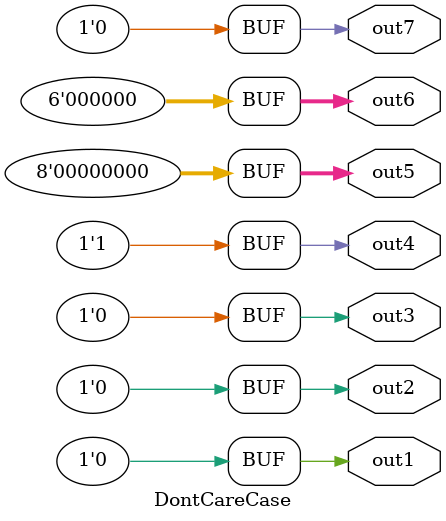
<source format=v>
module DontCareCase (
  output       out1,
  output       out2,
  output       out3,
  output       out4,
  output [7:0] out5,
  output [5:0] out6,
  output       out7
);
  assign out1 = 1'h0;
  assign out2 = 1'h0;
  assign out3 = 1'h0;
  assign out4 = 1'h1;
  assign out5 = 1'h0;
  assign out6 = 1'h0;
  assign out7 = 1'h0;
endmodule

</source>
